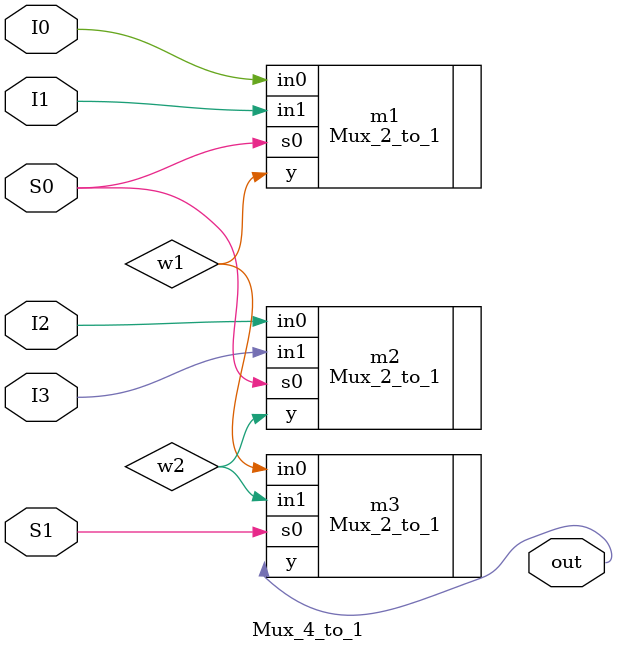
<source format=v>
/*
Instructions
-------------------
Students are not allowed to make any changes in the Module declaration.
This file is used to design 4:1 Multiplexer.

Recommended Quartus Version : 19.1
The submitted project file must be 19.1 compatible as the evaluation will be done on Quartus Prime Lite 19.1.

Warning: The error due to compatibility will not be entertained.
			Do not make any changes to Test_Bench_Vector.txt file. Violating will result into Disqualification.
-------------------
*/

//4:1 MUX design
//Inputs  : I3(MSB), I2, I1, I0(LSB) and Select Lines : S1(MSB), S0(LSB)
//Output  : out

//////////////////DO NOT MAKE ANY CHANGES IN MODULE//////////////////
module Mux_4_to_1(
	input		I3,       //INPUT I3(MSB)    
	input		I2,		 //INPUT I2
	input		I1,       //INPUT I1
	input		I0,		 //INPUT I0
	input		S1,       //SELECT INPUT S1(MSB)
	input		S0,		 //SELECT INPUT S0(LSB)	 
	output	out			 //OUTPUT out			 
);
////////////////////////WRITE YOUR CODE FROM HERE//////////////////// 
wire w1,w2;
Mux_2_to_1 m1(.in0(I0), .in1(I1), .y(w1), .s0(S0));
Mux_2_to_1 m2(.in0(I2), .in1(I3), .y(w2), .s0(S0));
Mux_2_to_1 m3(.in0(w1), .in1(w2), .y(out), .s0(S1));	

	
	

////////////////////////YOUR CODE ENDS HERE//////////////////////////
endmodule
///////////////////////////////MODULE ENDS///////////////////////////
</source>
